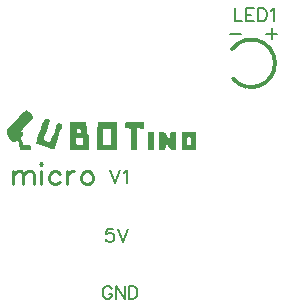
<source format=gto>
G04 Layer: TopSilkscreenLayer*
G04 EasyEDA v6.5.22, 2023-03-24 07:10:57*
G04 6991770a96b14d5289c1552341fa82f2,10*
G04 Gerber Generator version 0.2*
G04 Scale: 100 percent, Rotated: No, Reflected: No *
G04 Dimensions in millimeters *
G04 leading zeros omitted , absolute positions ,4 integer and 5 decimal *
%FSLAX45Y45*%
%MOMM*%

%ADD10C,0.2500*%
%ADD11C,0.1520*%
%ADD12C,0.1500*%
%ADD13C,0.1524*%
%ADD14C,0.3000*%
%ADD15C,0.0123*%

%LPD*%
G36*
X319430Y2075738D02*
G01*
X318820Y2075637D01*
X315925Y2073757D01*
X311099Y2069896D01*
X296418Y2056790D01*
X276148Y2037689D01*
X251866Y2014067D01*
X205282Y1967331D01*
X179781Y1940864D01*
X170688Y1930806D01*
X163779Y1922475D01*
X158699Y1915464D01*
X156819Y1912416D01*
X154178Y1906828D01*
X152806Y1901748D01*
X152501Y1896872D01*
X153009Y1891893D01*
X154076Y1886356D01*
X155752Y1879295D01*
X157784Y1872183D01*
X162560Y1858365D01*
X168198Y1845208D01*
X171246Y1839061D01*
X177698Y1827834D01*
X181051Y1822856D01*
X184404Y1818386D01*
X187807Y1814474D01*
X191109Y1811172D01*
X194411Y1808480D01*
X197561Y1806549D01*
X200660Y1805381D01*
X207670Y1804619D01*
X216001Y1805381D01*
X224688Y1807464D01*
X232664Y1810664D01*
X238353Y1813509D01*
X242824Y1815033D01*
X246278Y1814982D01*
X249021Y1812899D01*
X251409Y1808429D01*
X253644Y1801164D01*
X256082Y1790852D01*
X267868Y1734210D01*
X321462Y1734261D01*
X336600Y1734566D01*
X342087Y1735023D01*
X346354Y1735836D01*
X349554Y1736953D01*
X351840Y1738528D01*
X353415Y1740662D01*
X354380Y1743354D01*
X354888Y1746707D01*
X355092Y1755698D01*
X354990Y1762506D01*
X354431Y1767687D01*
X353161Y1771446D01*
X350824Y1773936D01*
X347116Y1775409D01*
X341782Y1776069D01*
X334467Y1776171D01*
X315112Y1775460D01*
X307543Y1775612D01*
X301701Y1776679D01*
X297180Y1778863D01*
X293471Y1782521D01*
X290169Y1788058D01*
X286816Y1795627D01*
X279908Y1814423D01*
X277622Y1821840D01*
X276148Y1828139D01*
X275488Y1833625D01*
X275539Y1838452D01*
X276402Y1842871D01*
X277977Y1847037D01*
X283921Y1857806D01*
X286512Y1864258D01*
X288239Y1870354D01*
X288950Y1875942D01*
X288696Y1880666D01*
X287426Y1884375D01*
X285191Y1886813D01*
X281940Y1887626D01*
X278993Y1887880D01*
X276758Y1888693D01*
X275285Y1889963D01*
X274523Y1891690D01*
X274472Y1893976D01*
X275132Y1896719D01*
X276504Y1899970D01*
X278587Y1903679D01*
X281381Y1907844D01*
X289052Y1917598D01*
X293928Y1923186D01*
X305765Y1935632D01*
X320344Y1949856D01*
X349808Y1977999D01*
X360426Y1988616D01*
X368401Y1997456D01*
X371500Y2001316D01*
X373938Y2004822D01*
X375818Y2008073D01*
X377139Y2011121D01*
X377901Y2013966D01*
X378155Y2016658D01*
X377850Y2019300D01*
X377037Y2021890D01*
X375767Y2024430D01*
X374040Y2027072D01*
X369163Y2032660D01*
X362610Y2038959D01*
X342290Y2057196D01*
X331622Y2066391D01*
X323646Y2072893D01*
G37*
G36*
X482346Y2002586D02*
G01*
X478383Y2001926D01*
X474980Y1999894D01*
X471881Y1996338D01*
X468833Y1991004D01*
X465582Y1983689D01*
X454355Y1954022D01*
X441451Y1917598D01*
X428904Y1880362D01*
X419862Y1852320D01*
X412242Y1827682D01*
X406704Y1808175D01*
X403656Y1795525D01*
X403301Y1792376D01*
X403453Y1791614D01*
X404571Y1790700D01*
X410819Y1787702D01*
X421538Y1783435D01*
X435660Y1778304D01*
X470306Y1766519D01*
X506933Y1754835D01*
X537616Y1745945D01*
X548233Y1743252D01*
X551942Y1742541D01*
X554380Y1742287D01*
X555498Y1742490D01*
X559358Y1752854D01*
X567436Y1777441D01*
X587095Y1839214D01*
X596747Y1867662D01*
X605790Y1892960D01*
X616712Y1920595D01*
X619455Y1928266D01*
X621385Y1934921D01*
X622452Y1940610D01*
X622655Y1945436D01*
X621893Y1949450D01*
X620217Y1952802D01*
X617524Y1955495D01*
X613867Y1957679D01*
X609142Y1959406D01*
X603402Y1960778D01*
X596544Y1961896D01*
X591108Y1962404D01*
X586689Y1962200D01*
X583082Y1961032D01*
X580034Y1958848D01*
X577443Y1955292D01*
X575106Y1950313D01*
X572820Y1943658D01*
X566877Y1922373D01*
X562356Y1907184D01*
X556869Y1891538D01*
X549452Y1872488D01*
X538886Y1847088D01*
X519582Y1801977D01*
X517956Y1801012D01*
X514604Y1801063D01*
X509930Y1801926D01*
X504240Y1803501D01*
X497890Y1805635D01*
X491235Y1808175D01*
X484632Y1810969D01*
X478434Y1813915D01*
X472998Y1816862D01*
X468680Y1819656D01*
X465835Y1822145D01*
X464820Y1824177D01*
X465124Y1826768D01*
X467461Y1836013D01*
X471627Y1849221D01*
X477164Y1864918D01*
X489305Y1897634D01*
X500176Y1929739D01*
X508863Y1958390D01*
X512114Y1970328D01*
X514400Y1980234D01*
X515670Y1987550D01*
X515823Y1992020D01*
X515416Y1992985D01*
X512724Y1994560D01*
X507593Y1996592D01*
X500786Y1998776D01*
X493064Y2000859D01*
X487172Y2002180D01*
G37*
G36*
X691642Y1975866D02*
G01*
X691642Y1898599D01*
X742848Y1898599D01*
X743661Y1907641D01*
X746506Y1913229D01*
X752094Y1916074D01*
X761136Y1916887D01*
X770178Y1916074D01*
X775766Y1913229D01*
X778611Y1907641D01*
X779424Y1898599D01*
X778611Y1889607D01*
X775766Y1884019D01*
X770178Y1881124D01*
X761136Y1880362D01*
X752094Y1881124D01*
X746506Y1884019D01*
X743661Y1889607D01*
X742848Y1898599D01*
X691642Y1898599D01*
X691642Y1836521D01*
X801370Y1836521D01*
X801319Y1797659D01*
X800912Y1790446D01*
X799846Y1785264D01*
X797763Y1781759D01*
X794359Y1779625D01*
X789279Y1778558D01*
X782269Y1778101D01*
X763625Y1778152D01*
X756615Y1778609D01*
X751433Y1779778D01*
X747776Y1781962D01*
X745337Y1785467D01*
X743712Y1790649D01*
X742594Y1797812D01*
X738784Y1836521D01*
X691642Y1836521D01*
X691642Y1734210D01*
X852576Y1734210D01*
X852525Y1812340D01*
X852119Y1832457D01*
X851204Y1847138D01*
X850493Y1852625D01*
X849579Y1856993D01*
X848512Y1860397D01*
X847191Y1862886D01*
X845718Y1864512D01*
X843940Y1865426D01*
X839114Y1866341D01*
X836726Y1868322D01*
X834745Y1871827D01*
X833119Y1877009D01*
X831748Y1884121D01*
X830681Y1893316D01*
X829818Y1904796D01*
X826973Y1971649D01*
G37*
G36*
X1236472Y1975307D02*
G01*
X1209852Y1975104D01*
X1189482Y1974443D01*
X1181404Y1973884D01*
X1174597Y1973173D01*
X1169009Y1972259D01*
X1164488Y1971192D01*
X1160983Y1969922D01*
X1158341Y1968500D01*
X1156512Y1966823D01*
X1155395Y1964893D01*
X1154023Y1959508D01*
X1153312Y1952548D01*
X1153210Y1944928D01*
X1153820Y1937512D01*
X1154734Y1932939D01*
X1156106Y1929180D01*
X1158036Y1926082D01*
X1160678Y1923592D01*
X1164082Y1921611D01*
X1168400Y1920138D01*
X1173632Y1919020D01*
X1203756Y1915922D01*
X1203756Y1734210D01*
X1255014Y1734210D01*
X1255014Y1920900D01*
X1313535Y1915363D01*
X1313535Y1975307D01*
G37*
G36*
X975461Y1974138D02*
G01*
X957681Y1973935D01*
X942797Y1973376D01*
X931621Y1972513D01*
X927658Y1971954D01*
X924966Y1971344D01*
X923544Y1970684D01*
X922731Y1968347D01*
X921918Y1963166D01*
X920546Y1945284D01*
X919370Y1916887D01*
X1035507Y1916887D01*
X1035507Y1778050D01*
X969670Y1778050D01*
X969670Y1916887D01*
X919370Y1916887D01*
X918514Y1868678D01*
X918464Y1734210D01*
X1087069Y1734210D01*
X1083056Y1971649D01*
X995375Y1973935D01*
G37*
G36*
X1350111Y1887626D02*
G01*
X1350111Y1734210D01*
X1401318Y1734210D01*
X1401318Y1887626D01*
G37*
G36*
X1445209Y1887626D02*
G01*
X1445209Y1734210D01*
X1478635Y1734312D01*
X1484884Y1734820D01*
X1489456Y1736191D01*
X1492656Y1738731D01*
X1494790Y1742897D01*
X1496161Y1749043D01*
X1497076Y1757578D01*
X1500073Y1803654D01*
X1520901Y1768906D01*
X1526946Y1759204D01*
X1532280Y1751431D01*
X1537157Y1745335D01*
X1541780Y1740814D01*
X1546453Y1737664D01*
X1551432Y1735632D01*
X1556816Y1734515D01*
X1562963Y1734210D01*
X1584248Y1734210D01*
X1584248Y1887626D01*
X1550263Y1887575D01*
X1543964Y1887118D01*
X1539443Y1885899D01*
X1536344Y1883613D01*
X1534414Y1879854D01*
X1533398Y1874367D01*
X1532991Y1866696D01*
X1532788Y1825548D01*
X1512773Y1856536D01*
X1506880Y1865325D01*
X1501648Y1872335D01*
X1496822Y1877771D01*
X1492046Y1881784D01*
X1487170Y1884578D01*
X1481886Y1886356D01*
X1475892Y1887321D01*
X1468983Y1887575D01*
G37*
G36*
X1635455Y1887626D02*
G01*
X1635455Y1810918D01*
X1679346Y1810918D01*
X1679448Y1821027D01*
X1679854Y1828800D01*
X1680718Y1834591D01*
X1682191Y1838706D01*
X1684477Y1841347D01*
X1687677Y1842922D01*
X1691995Y1843633D01*
X1697634Y1843786D01*
X1703222Y1843633D01*
X1707591Y1842922D01*
X1710791Y1841347D01*
X1713077Y1838706D01*
X1714550Y1834591D01*
X1715414Y1828800D01*
X1715820Y1821027D01*
X1715820Y1800860D01*
X1715414Y1793036D01*
X1714550Y1787245D01*
X1713077Y1783181D01*
X1710791Y1780489D01*
X1707591Y1778965D01*
X1703222Y1778254D01*
X1697634Y1778050D01*
X1691995Y1778254D01*
X1687677Y1778965D01*
X1684477Y1780489D01*
X1682191Y1783181D01*
X1680718Y1787245D01*
X1679854Y1793036D01*
X1679448Y1800860D01*
X1679346Y1810918D01*
X1635455Y1810918D01*
X1635455Y1734210D01*
X1752498Y1734210D01*
X1752498Y1887626D01*
G37*
D10*
X203200Y1559560D02*
G01*
X203200Y1445005D01*
X203200Y1526794D02*
G01*
X227837Y1551178D01*
X244094Y1559560D01*
X268731Y1559560D01*
X284987Y1551178D01*
X293115Y1526794D01*
X293115Y1445005D01*
X293115Y1526794D02*
G01*
X317754Y1551178D01*
X334010Y1559560D01*
X358647Y1559560D01*
X374904Y1551178D01*
X383286Y1526794D01*
X383286Y1445005D01*
X437134Y1616710D02*
G01*
X445262Y1608581D01*
X453644Y1616710D01*
X445262Y1624837D01*
X437134Y1616710D01*
X445262Y1559560D02*
G01*
X445262Y1445005D01*
X605789Y1534921D02*
G01*
X589279Y1551178D01*
X573023Y1559560D01*
X548386Y1559560D01*
X532129Y1551178D01*
X515620Y1534921D01*
X507492Y1510284D01*
X507492Y1494028D01*
X515620Y1469389D01*
X532129Y1453134D01*
X548386Y1445005D01*
X573023Y1445005D01*
X589279Y1453134D01*
X605789Y1469389D01*
X659637Y1559560D02*
G01*
X659637Y1445005D01*
X659637Y1510284D02*
G01*
X668020Y1534921D01*
X684276Y1551178D01*
X700531Y1559560D01*
X725170Y1559560D01*
X820165Y1559560D02*
G01*
X803655Y1551178D01*
X787400Y1534921D01*
X779271Y1510284D01*
X779271Y1494028D01*
X787400Y1469389D01*
X803655Y1453134D01*
X820165Y1445005D01*
X844550Y1445005D01*
X861060Y1453134D01*
X877315Y1469389D01*
X885444Y1494028D01*
X885444Y1510284D01*
X877315Y1534921D01*
X861060Y1551178D01*
X844550Y1559560D01*
X820165Y1559560D01*
D11*
X1028700Y1563115D02*
G01*
X1070355Y1454150D01*
X1111757Y1563115D02*
G01*
X1070355Y1454150D01*
X1146047Y1542287D02*
G01*
X1156462Y1547621D01*
X1172210Y1563115D01*
X1172210Y1454150D01*
D12*
X1052829Y1067815D02*
G01*
X1001013Y1067815D01*
X995679Y1021079D01*
X1001013Y1026160D01*
X1016507Y1031494D01*
X1032255Y1031494D01*
X1047750Y1026160D01*
X1058163Y1016000D01*
X1063244Y1000252D01*
X1063244Y989837D01*
X1058163Y974344D01*
X1047750Y963929D01*
X1032255Y958850D01*
X1016507Y958850D01*
X1001013Y963929D01*
X995679Y969010D01*
X990600Y979423D01*
X1097534Y1067815D02*
G01*
X1139189Y958850D01*
X1180845Y1067815D02*
G01*
X1139189Y958850D01*
X1043178Y559307D02*
G01*
X1037844Y569721D01*
X1027429Y580136D01*
X1017270Y585215D01*
X996442Y585215D01*
X986028Y580136D01*
X975613Y569721D01*
X970279Y559307D01*
X965200Y543560D01*
X965200Y517652D01*
X970279Y502157D01*
X975613Y491744D01*
X986028Y481329D01*
X996442Y476250D01*
X1017270Y476250D01*
X1027429Y481329D01*
X1037844Y491744D01*
X1043178Y502157D01*
X1043178Y517652D01*
X1017270Y517652D02*
G01*
X1043178Y517652D01*
X1077468Y585215D02*
G01*
X1077468Y476250D01*
X1077468Y585215D02*
G01*
X1150112Y476250D01*
X1150112Y585215D02*
G01*
X1150112Y476250D01*
X1184402Y585215D02*
G01*
X1184402Y476250D01*
X1184402Y585215D02*
G01*
X1220723Y585215D01*
X1236471Y580136D01*
X1246886Y569721D01*
X1251965Y559307D01*
X1257300Y543560D01*
X1257300Y517652D01*
X1251965Y502157D01*
X1246886Y491744D01*
X1236471Y481329D01*
X1220723Y476250D01*
X1184402Y476250D01*
D13*
X2082919Y2934695D02*
G01*
X2082916Y2825729D01*
X2082916Y2825729D02*
G01*
X2145146Y2825729D01*
X2179439Y2934695D02*
G01*
X2179439Y2825729D01*
X2179439Y2934695D02*
G01*
X2247003Y2934695D01*
X2179436Y2882879D02*
G01*
X2221092Y2882877D01*
X2179439Y2825729D02*
G01*
X2247000Y2825729D01*
X2281290Y2934695D02*
G01*
X2281293Y2825729D01*
X2281290Y2934695D02*
G01*
X2317612Y2934695D01*
X2333109Y2929615D01*
X2343520Y2919199D01*
X2348857Y2908787D01*
X2353937Y2893293D01*
X2353934Y2867129D01*
X2348854Y2851637D01*
X2343520Y2841223D01*
X2333106Y2830807D01*
X2317612Y2825727D01*
X2281293Y2825729D01*
X2388224Y2913867D02*
G01*
X2398638Y2919199D01*
X2414386Y2934693D01*
X2414386Y2825727D01*
D12*
X2396236Y2766821D02*
G01*
X2396236Y2673350D01*
X2349500Y2720086D02*
G01*
X2442972Y2720086D01*
X2044700Y2720086D02*
G01*
X2138172Y2720086D01*
D14*
G75*
G01*
X2069274Y2337745D02*
G03*
X2059183Y2589484I152089J132169D01*
M02*

</source>
